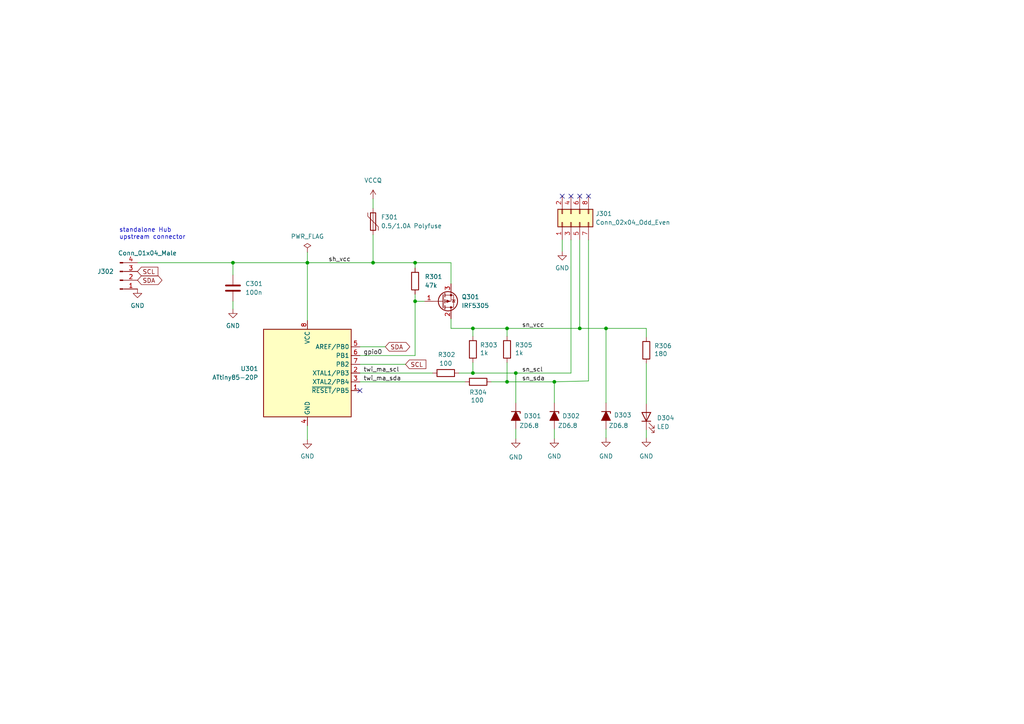
<source format=kicad_sch>
(kicad_sch (version 20211123) (generator eeschema)
  (paper "A4")
  (title_block (title "SingleRootHub") (rev "2.0") (company "The Internet Community") (comment 1 "Multiple Root Hub board for the home2l Project") (comment 2 "This project: https://github.com/mc3/home2l") (comment 3 "The home2l Project: https://github.com/gkiefer/home2l") (comment 4 "Design based on https://github.com/gkiefer/home2l/tree/master/brownies/circuits/hubcard"))
  (lib_symbols
    (symbol "Connector:Conn_01x04_Male" (pin_names (offset 1.016) hide)
      (property "Reference" "J" (at 0 5.08 0))
      (property "Value" "Conn_01x04_Male" (at 0 -7.62 0))
      (symbol "Conn_01x04_Male_1_1"
        (polyline (pts (xy 1.27 -5.08) (xy 0.8636 -5.08)) (stroke (width 0.1524)))
        (polyline (pts (xy 1.27 -2.54) (xy 0.8636 -2.54)) (stroke (width 0.1524)))
        (polyline (pts (xy 1.27 0) (xy 0.8636 0)) (stroke (width 0.1524)))
        (polyline (pts (xy 1.27 2.54) (xy 0.8636 2.54)) (stroke (width 0.1524)))
        (rectangle (start 0.8636 -4.953) (end 0 -5.207) (stroke (width 0.1524)) (fill (type outline)))
        (rectangle (start 0.8636 -2.413) (end 0 -2.667) (stroke (width 0.1524)) (fill (type outline)))
        (rectangle (start 0.8636 0.127) (end 0 -0.127) (stroke (width 0.1524)) (fill (type outline)))
        (rectangle (start 0.8636 2.667) (end 0 2.413) (stroke (width 0.1524)) (fill (type outline)))
        (pin passive line (at 5.08 2.54 180) (length 3.81) (name "Pin_1") (number "1"))
        (pin passive line (at 5.08 0 180) (length 3.81) (name "Pin_2") (number "2"))
        (pin passive line (at 5.08 -2.54 180) (length 3.81) (name "Pin_3") (number "3"))
        (pin passive line (at 5.08 -5.08 180) (length 3.81) (name "Pin_4") (number "4"))
      )
    )
    (symbol "Connector_Generic:Conn_02x04_Odd_Even" (pin_names (offset 1.016) hide)
      (property "Reference" "J" (at 1.27 5.08 0))
      (property "Value" "Conn_02x04_Odd_Even" (at 1.27 -7.62 0))
      (symbol "Conn_02x04_Odd_Even_1_1"
        (rectangle (start -1.27 -4.953) (end 0 -5.207) (stroke (width 0.1524)))
        (rectangle (start -1.27 -2.413) (end 0 -2.667) (stroke (width 0.1524)))
        (rectangle (start -1.27 0.127) (end 0 -0.127) (stroke (width 0.1524)))
        (rectangle (start -1.27 2.667) (end 0 2.413) (stroke (width 0.1524)))
        (rectangle (start -1.27 3.81) (end 3.81 -6.35) (stroke (width 0.254)) (fill (type background)))
        (rectangle (start 3.81 -4.953) (end 2.54 -5.207) (stroke (width 0.1524)))
        (rectangle (start 3.81 -2.413) (end 2.54 -2.667) (stroke (width 0.1524)))
        (rectangle (start 3.81 0.127) (end 2.54 -0.127) (stroke (width 0.1524)))
        (rectangle (start 3.81 2.667) (end 2.54 2.413) (stroke (width 0.1524)))
        (pin passive line (at -5.08 2.54 0) (length 3.81) (name "Pin_1") (number "1"))
        (pin passive line (at 7.62 2.54 180) (length 3.81) (name "Pin_2") (number "2"))
        (pin passive line (at -5.08 0 0) (length 3.81) (name "Pin_3") (number "3"))
        (pin passive line (at 7.62 0 180) (length 3.81) (name "Pin_4") (number "4"))
        (pin passive line (at -5.08 -2.54 0) (length 3.81) (name "Pin_5") (number "5"))
        (pin passive line (at 7.62 -2.54 180) (length 3.81) (name "Pin_6") (number "6"))
        (pin passive line (at -5.08 -5.08 0) (length 3.81) (name "Pin_7") (number "7"))
        (pin passive line (at 7.62 -5.08 180) (length 3.81) (name "Pin_8") (number "8"))
      )
    )
    (symbol "Device:C" (pin_numbers hide) (pin_names (offset 0.254))
      (property "Reference" "C" (at 0.635 2.54 0))
      (property "Value" "C" (at 0.635 -2.54 0))
      (symbol "C_0_1"
        (polyline (pts (xy -2.032 -0.762) (xy 2.032 -0.762)) (stroke (width 0.508)))
        (polyline (pts (xy -2.032 0.762) (xy 2.032 0.762)) (stroke (width 0.508)))
      )
      (symbol "C_1_1"
        (pin passive line (at 0 3.81 270) (length 2.794) (name "~") (number "1"))
        (pin passive line (at 0 -3.81 90) (length 2.794) (name "~") (number "2"))
      )
    )
    (symbol "Device:D_Zener_Filled" (pin_numbers hide) (pin_names (offset 1.016) hide)
      (property "Reference" "D" (at 0 2.54 0))
      (property "Value" "D_Zener_Filled" (at 0 -2.54 0))
      (symbol "D_Zener_Filled_0_1"
        (polyline (pts (xy 1.27 0) (xy -1.27 0)))
        (polyline (pts (xy -1.27 -1.27) (xy -1.27 1.27) (xy -0.762 1.27)) (stroke (width 0.254)))
        (polyline (pts (xy 1.27 -1.27) (xy 1.27 1.27) (xy -1.27 0) (xy 1.27 -1.27)) (stroke (width 0.254)) (fill (type outline)))
      )
      (symbol "D_Zener_Filled_1_1"
        (pin passive line (at -3.81 0 0) (length 2.54) (name "K") (number "1"))
        (pin passive line (at 3.81 0 180) (length 2.54) (name "A") (number "2"))
      )
    )
    (symbol "Device:LED" (pin_numbers hide) (pin_names (offset 1.016) hide)
      (property "Reference" "D" (at 0 2.54 0))
      (property "Value" "LED" (at 0 -2.54 0))
      (symbol "LED_0_1"
        (polyline (pts (xy -1.27 -1.27) (xy -1.27 1.27)) (stroke (width 0.254)))
        (polyline (pts (xy -1.27 0) (xy 1.27 0)))
        (polyline (pts (xy 1.27 -1.27) (xy 1.27 1.27) (xy -1.27 0) (xy 1.27 -1.27)) (stroke (width 0.254)))
        (polyline (pts (xy -3.048 -0.762) (xy -4.572 -2.286) (xy -3.81 -2.286) (xy -4.572 -2.286) (xy -4.572 -1.524)))
        (polyline (pts (xy -1.778 -0.762) (xy -3.302 -2.286) (xy -2.54 -2.286) (xy -3.302 -2.286) (xy -3.302 -1.524)))
      )
      (symbol "LED_1_1"
        (pin passive line (at -3.81 0 0) (length 2.54) (name "K") (number "1"))
        (pin passive line (at 3.81 0 180) (length 2.54) (name "A") (number "2"))
      )
    )
    (symbol "Device:Polyfuse" (pin_numbers hide) (pin_names (offset 0))
      (property "Reference" "F" (at -2.54 0 90))
      (property "Value" "Polyfuse" (at 2.54 0 90))
      (symbol "Polyfuse_0_1"
        (rectangle (start -0.762 2.54) (end 0.762 -2.54) (stroke (width 0.254)))
        (polyline (pts (xy 0 2.54) (xy 0 -2.54)))
        (polyline (pts (xy -1.524 2.54) (xy -1.524 1.524) (xy 1.524 -1.524) (xy 1.524 -2.54)))
      )
      (symbol "Polyfuse_1_1"
        (pin passive line (at 0 3.81 270) (length 1.27) (name "~") (number "1"))
        (pin passive line (at 0 -3.81 90) (length 1.27) (name "~") (number "2"))
      )
    )
    (symbol "Device:R" (pin_numbers hide) (pin_names (offset 0))
      (property "Reference" "R" (at 2.032 0 90))
      (property "Value" "R" (at 0 0 90))
      (symbol "R_0_1"
        (rectangle (start -1.016 -2.54) (end 1.016 2.54) (stroke (width 0.254)))
      )
      (symbol "R_1_1"
        (pin passive line (at 0 3.81 270) (length 1.27) (name "~") (number "1"))
        (pin passive line (at 0 -3.81 90) (length 1.27) (name "~") (number "2"))
      )
    )
    (symbol "MCU_Microchip_ATtiny:ATtiny85-20P"
      (property "Reference" "U" (at -12.7 13.97 0))
      (property "Value" "ATtiny85-20P" (at 2.54 -13.97 0))
      (symbol "ATtiny85-20P_0_1"
        (rectangle (start -12.7 -12.7) (end 12.7 12.7) (stroke (width 0.254)) (fill (type background)))
      )
      (symbol "ATtiny85-20P_1_1"
        (pin bidirectional line (at 15.24 -5.08 180) (length 2.54) (name "~{RESET}/PB5") (number "1"))
        (pin bidirectional line (at 15.24 0 180) (length 2.54) (name "XTAL1/PB3") (number "2"))
        (pin bidirectional line (at 15.24 -2.54 180) (length 2.54) (name "XTAL2/PB4") (number "3"))
        (pin power_in line (at 0 -15.24 90) (length 2.54) (name "GND") (number "4"))
        (pin bidirectional line (at 15.24 7.62 180) (length 2.54) (name "AREF/PB0") (number "5"))
        (pin bidirectional line (at 15.24 5.08 180) (length 2.54) (name "PB1") (number "6"))
        (pin bidirectional line (at 15.24 2.54 180) (length 2.54) (name "PB2") (number "7"))
        (pin power_in line (at 0 15.24 270) (length 2.54) (name "VCC") (number "8"))
      )
    )
    (symbol "Transistor_FET:IRF4905" (pin_names hide)
      (property "Reference" "Q" (at 5.08 1.905 0))
      (property "Value" "IRF4905" (at 5.08 0 0))
      (symbol "IRF4905_0_1"
        (polyline (pts (xy 0.254 0) (xy -2.54 0)))
        (polyline (pts (xy 0.254 1.905) (xy 0.254 -1.905)) (stroke (width 0.254)))
        (polyline (pts (xy 0.762 -1.27) (xy 0.762 -2.286)) (stroke (width 0.254)))
        (polyline (pts (xy 0.762 0.508) (xy 0.762 -0.508)) (stroke (width 0.254)))
        (polyline (pts (xy 0.762 2.286) (xy 0.762 1.27)) (stroke (width 0.254)))
        (polyline (pts (xy 2.54 2.54) (xy 2.54 1.778)))
        (polyline (pts (xy 2.54 -2.54) (xy 2.54 0) (xy 0.762 0)))
        (polyline (pts (xy 0.762 1.778) (xy 3.302 1.778) (xy 3.302 -1.778) (xy 0.762 -1.778)))
        (polyline (pts (xy 2.286 0) (xy 1.27 0.381) (xy 1.27 -0.381) (xy 2.286 0)) (fill (type outline)))
        (polyline (pts (xy 2.794 -0.508) (xy 2.921 -0.381) (xy 3.683 -0.381) (xy 3.81 -0.254)))
        (polyline (pts (xy 3.302 -0.381) (xy 2.921 0.254) (xy 3.683 0.254) (xy 3.302 -0.381)))
        (circle (center 1.651 0) (radius 2.794) (stroke (width 0.254)))
        (circle (center 2.54 -1.778) (radius 0.254) (fill (type outline)))
        (circle (center 2.54 1.778) (radius 0.254) (fill (type outline)))
      )
      (symbol "IRF4905_1_1"
        (pin input line (at -5.08 0 0) (length 2.54) (name "G") (number "1"))
        (pin passive line (at 2.54 5.08 270) (length 2.54) (name "D") (number "2"))
        (pin passive line (at 2.54 -5.08 90) (length 2.54) (name "S") (number "3"))
      )
    )
    (symbol "power:GND" (power) (pin_names (offset 0))
      (property "Value" "GND" (at 0 -3.81 0))
      (symbol "GND_0_1"
        (polyline (pts (xy 0 0) (xy 0 -1.27) (xy 1.27 -1.27) (xy 0 -2.54) (xy -1.27 -1.27) (xy 0 -1.27)))
      )
      (symbol "GND_1_1"
        (pin power_in line (at 0 0 270) (length 0) hide (name "GND") (number "1"))
      )
    )
    (symbol "power:PWR_FLAG" (power) (pin_numbers hide) (pin_names (offset 0) hide)
      (property "Value" "PWR_FLAG" (at 0 3.81 0))
      (symbol "PWR_FLAG_0_0"
        (pin power_out line (at 0 0 90) (length 0) (name "pwr") (number "1"))
      )
      (symbol "PWR_FLAG_0_1"
        (polyline (pts (xy 0 0) (xy 0 1.27) (xy -1.016 1.905) (xy 0 2.54) (xy 1.016 1.905) (xy 0 1.27)))
      )
    )
    (symbol "power:VCCQ" (power) (pin_names (offset 0))
      (property "Value" "VCCQ" (at 0 3.81 0))
      (symbol "VCCQ_0_1"
        (polyline (pts (xy -0.762 1.27) (xy 0 2.54)))
        (polyline (pts (xy 0 0) (xy 0 2.54)))
        (polyline (pts (xy 0 2.54) (xy 0.762 1.27)))
      )
      (symbol "VCCQ_1_1"
        (pin power_in line (at 0 0 90) (length 0) hide (name "VCCQ") (number "1"))
      )
    )
  )
  (junction (at 120.396 87.376))
  (junction (at 175.768 95.25))
  (junction (at 120.396 76.2))
  (junction (at 149.606 108.204))
  (junction (at 147.066 110.744))
  (junction (at 89.154 76.2))
  (junction (at 147.066 95.25))
  (junction (at 137.16 95.25))
  (junction (at 160.782 110.744))
  (junction (at 108.204 76.2))
  (junction (at 168.148 95.25))
  (junction (at 67.564 76.2))
  (junction (at 137.16 108.204))
  (no_connect (at 165.608 56.896))
  (no_connect (at 168.148 56.896))
  (no_connect (at 170.688 56.896))
  (no_connect (at 163.068 56.896))
  (no_connect (at 104.394 113.284))
  (wire (pts (xy 89.154 76.2) (xy 108.204 76.2)))
  (wire (pts (xy 130.81 82.296) (xy 130.81 76.2)))
  (wire (pts (xy 104.394 110.744) (xy 134.874 110.744)))
  (wire (pts (xy 89.154 127.508) (xy 89.154 123.444)))
  (wire (pts (xy 120.396 85.344) (xy 120.396 87.376)))
  (wire (pts (xy 130.81 92.456) (xy 130.81 95.25)))
  (wire (pts (xy 187.452 105.41) (xy 187.452 117.094)))
  (wire (pts (xy 117.602 105.664) (xy 104.394 105.664)))
  (wire (pts (xy 120.396 77.724) (xy 120.396 76.2)))
  (wire (pts (xy 89.154 76.2) (xy 89.154 92.964)))
  (wire (pts (xy 149.606 108.204) (xy 165.608 108.204)))
  (wire (pts (xy 147.066 95.25) (xy 168.148 95.25)))
  (wire (pts (xy 137.16 108.204) (xy 149.606 108.204)))
  (wire (pts (xy 67.564 79.756) (xy 67.564 76.2)))
  (wire (pts (xy 160.782 110.744) (xy 170.688 110.49)))
  (wire (pts (xy 160.782 127.254) (xy 160.782 124.46)))
  (wire (pts (xy 111.76 100.584) (xy 104.394 100.584)))
  (wire (pts (xy 67.564 76.2) (xy 89.154 76.2)))
  (wire (pts (xy 137.16 95.25) (xy 147.066 95.25)))
  (wire (pts (xy 163.068 72.898) (xy 163.068 69.596)))
  (wire (pts (xy 149.606 108.204) (xy 149.606 116.84)))
  (wire (pts (xy 130.81 95.25) (xy 137.16 95.25)))
  (wire (pts (xy 108.204 76.2) (xy 120.396 76.2)))
  (wire (pts (xy 187.452 97.79) (xy 187.452 95.25)))
  (wire (pts (xy 142.494 110.744) (xy 147.066 110.744)))
  (wire (pts (xy 108.204 57.658) (xy 108.204 60.452)))
  (wire (pts (xy 147.066 110.744) (xy 160.782 110.744)))
  (wire (pts (xy 175.768 95.25) (xy 187.452 95.25)))
  (wire (pts (xy 108.204 68.072) (xy 108.204 76.2)))
  (wire (pts (xy 165.608 69.596) (xy 165.608 108.204)))
  (wire (pts (xy 130.81 76.2) (xy 120.396 76.2)))
  (wire (pts (xy 187.452 124.714) (xy 187.452 127)))
  (wire (pts (xy 168.148 69.596) (xy 168.148 95.25)))
  (wire (pts (xy 160.782 110.744) (xy 160.782 116.84)))
  (wire (pts (xy 89.154 73.152) (xy 89.154 76.2)))
  (wire (pts (xy 147.066 105.156) (xy 147.066 110.744)))
  (wire (pts (xy 120.396 87.376) (xy 120.396 103.124)))
  (wire (pts (xy 39.878 76.2) (xy 67.564 76.2)))
  (wire (pts (xy 104.394 108.204) (xy 125.476 108.204)))
  (wire (pts (xy 120.396 87.376) (xy 123.19 87.376)))
  (wire (pts (xy 175.768 127) (xy 175.768 124.46)))
  (wire (pts (xy 104.394 103.124) (xy 120.396 103.124)))
  (wire (pts (xy 149.606 127.254) (xy 149.606 124.46)))
  (wire (pts (xy 147.066 95.25) (xy 147.066 97.536)))
  (wire (pts (xy 168.148 95.25) (xy 175.768 95.25)))
  (wire (pts (xy 170.688 69.596) (xy 170.688 110.49)))
  (wire (pts (xy 133.096 108.204) (xy 137.16 108.204)))
  (wire (pts (xy 175.768 116.84) (xy 175.768 95.25)))
  (wire (pts (xy 137.16 105.156) (xy 137.16 108.204)))
  (wire (pts (xy 137.16 95.25) (xy 137.16 97.536)))
  (wire (pts (xy 67.564 89.662) (xy 67.564 87.376)))
  (text "standalone Hub\nupstream connector" (at 34.544 69.596 0) (effects (font (size 1.27 1.27)) (justify left bottom)))
  (label "sn_sda" (at 151.384 110.744 0))
  (label "sn_vcc" (at 151.384 95.25 0))
  (label "sh_vcc" (at 95.25 76.2 0))
  (label "gpio0" (at 105.41 103.124 0))
  (label "twi_ma_scl" (at 105.41 108.204 0))
  (label "twi_ma_sda" (at 105.41 110.744 0))
  (label "sn_scl" (at 151.384 108.204 0))
  (global_label "SCL" (shape input) (at 117.602 105.664 0) (property "Intersheet References" "${INTERSHEET_REFS}" (effects hide)))
  (global_label "SDA" (shape bidirectional) (at 39.878 81.28 0) (property "Intersheet References" "${INTERSHEET_REFS}" (effects hide)))
  (global_label "SCL" (shape input) (at 39.878 78.74 0) (property "Intersheet References" "${INTERSHEET_REFS}" (effects hide)))
  (global_label "SDA" (shape bidirectional) (at 111.76 100.584 0) (property "Intersheet References" "${INTERSHEET_REFS}" (effects hide)))
  (symbol (lib_id "power:PWR_FLAG") (at 89.154 73.152 0) (unit 1)
    (property "Reference" "#FLG0102" (effects hide))
    (property "Value" "PWR_FLAG" (at 89.154 68.58 0))
  )
  (symbol (lib_id "power:GND") (at 160.782 127.254 0) (unit 1)
    (property "Reference" "#PWR0305" (effects hide))
    (property "Value" "GND" (at 160.782 132.334 0))
  )
  (symbol (lib_id "power:VCCQ") (at 108.204 57.658 0) (unit 1)
    (property "Reference" "#PWR0303" (effects hide))
    (property "Value" "VCCQ" (at 108.204 52.324 0))
  )
  (symbol (lib_id "power:GND") (at 149.606 127.254 0) (unit 1)
    (property "Reference" "#PWR0304" (effects hide))
    (property "Value" "GND" (at 149.606 132.588 0))
  )
  (symbol (lib_id "Device:D_Zener_Filled") (at 160.782 120.65 270) (unit 1)
    (property "Reference" "D302" (at 163.068 120.6499 90) (effects (justify left)))
    (property "Value" "ZD6.8" (at 161.798 123.4439 90) (effects (justify left)))
    (property "Footprint" "Diode_THT:D_DO-41_SOD81_P7.62mm_Horizontal" (effects hide))
  )
  (symbol (lib_id "power:GND") (at 67.564 89.662 0) (unit 1)
    (property "Reference" "#PWR0301" (effects hide))
    (property "Value" "GND" (at 67.564 94.488 0))
  )
  (symbol (lib_id "Device:C") (at 67.564 83.566 0) (unit 1)
    (property "Reference" "C301" (at 71.12 82.2959 0) (effects (justify left)))
    (property "Value" "100n" (at 71.12 84.8359 0) (effects (justify left)))
    (property "Footprint" "Capacitor_THT:C_Disc_D4.3mm_W1.9mm_P5.00mm" (effects hide))
  )
  (symbol (lib_id "Transistor_FET:IRF4905") (at 128.27 87.376 0) (mirror x) (unit 1)
    (property "Reference" "Q301" (at 133.858 86.1059 0) (effects (justify left)))
    (property "Value" "IRF5305" (at 133.858 88.6459 0) (effects (justify left)))
    (property "Footprint" "Package_TO_SOT_THT:TO-220-3_Vertical" (effects hide))
    (property "Datasheet" "http://www.infineon.com/dgdl/irf4905.pdf?fileId=5546d462533600a4015355e32165197c" (effects hide))
  )
  (symbol (lib_id "Device:D_Zener_Filled") (at 149.606 120.65 270) (unit 1)
    (property "Reference" "D301" (at 151.892 120.6499 90) (effects (justify left)))
    (property "Value" "ZD6.8" (at 150.622 123.4439 90) (effects (justify left)))
    (property "Footprint" "Diode_THT:D_DO-41_SOD81_P7.62mm_Horizontal" (effects hide))
  )
  (symbol (lib_id "Device:R") (at 138.684 110.744 90) (unit 1)
    (property "Reference" "R304" (at 138.684 113.792 90))
    (property "Value" "100" (at 138.43 116.078 90))
    (property "Footprint" "Resistor_THT:R_Axial_DIN0207_L6.3mm_D2.5mm_P7.62mm_Horizontal" (effects hide))
  )
  (symbol (lib_id "Connector:Conn_01x04_Male") (at 34.798 81.28 0) (mirror x) (unit 1)
    (property "Reference" "J302" (at 33.02 78.7399 0) (effects (justify right)))
    (property "Value" "Conn_01x04_Male" (at 51.308 73.4059 0) (effects (justify right)))
    (property "Footprint" "Connector_PinHeader_2.54mm:PinHeader_1x04_P2.54mm_Vertical" (effects hide))
  )
  (symbol (lib_id "Device:R") (at 137.16 101.346 0) (unit 1)
    (property "Reference" "R303" (at 139.192 100.0759 0) (effects (justify left)))
    (property "Value" "1k" (at 139.192 102.3619 0) (effects (justify left)))
    (property "Footprint" "Resistor_THT:R_Axial_DIN0207_L6.3mm_D2.5mm_P7.62mm_Horizontal" (effects hide))
  )
  (symbol (lib_id "Device:Polyfuse") (at 108.204 64.262 0) (unit 1)
    (property "Reference" "F301" (at 110.49 62.9919 0) (effects (justify left)))
    (property "Value" "0.5/1.0A Polyfuse" (at 110.49 65.5319 0) (effects (justify left)))
    (property "Footprint" "Fuse:Polyfuse_Schurter_PFRA" (effects hide))
  )
  (symbol (lib_id "power:GND") (at 89.154 127.508 0) (unit 1)
    (property "Reference" "#PWR0302" (effects hide))
    (property "Value" "GND" (at 89.154 132.334 0))
  )
  (symbol (lib_id "MCU_Microchip_ATtiny:ATtiny85-20P") (at 89.154 108.204 0) (unit 1)
    (property "Reference" "U301" (at 74.93 106.9339 0) (effects (justify right)))
    (property "Value" "ATtiny85-20P" (at 74.93 109.4739 0) (effects (justify right)))
    (property "Footprint" "Package_DIP:DIP-8_W7.62mm" (effects hide))
    (property "Datasheet" "http://ww1.microchip.com/downloads/en/DeviceDoc/atmel-2586-avr-8-bit-microcontroller-attiny25-attiny45-attiny85_datasheet.pdf" (effects hide))
  )
  (symbol (lib_id "power:GND") (at 39.878 83.82 0) (unit 1)
    (property "Reference" "#PWR0309" (effects hide))
    (property "Value" "GND" (at 39.878 88.646 0))
  )
  (symbol (lib_id "Device:R") (at 129.286 108.204 90) (unit 1)
    (property "Reference" "R302" (at 129.54 102.87 90))
    (property "Value" "100" (at 129.286 105.41 90))
    (property "Footprint" "Resistor_THT:R_Axial_DIN0207_L6.3mm_D2.5mm_P7.62mm_Horizontal" (effects hide))
  )
  (symbol (lib_id "Connector_Generic:Conn_02x04_Odd_Even") (at 165.608 64.516 90) (unit 1)
    (property "Reference" "J301" (at 172.72 61.9759 90) (effects (justify right)))
    (property "Value" "Conn_02x04_Odd_Even" (at 172.72 64.5159 90) (effects (justify right)))
    (property "Footprint" "Connector_PinSocket_2.54mm:PinSocket_2x04_P2.54mm_Vertical" (effects hide))
  )
  (symbol (lib_id "Device:D_Zener_Filled") (at 175.768 120.65 270) (unit 1)
    (property "Reference" "D303" (at 178.054 120.3959 90) (effects (justify left)))
    (property "Value" "ZD6.8" (at 176.53 123.4439 90) (effects (justify left)))
    (property "Footprint" "Diode_THT:D_DO-41_SOD81_P7.62mm_Horizontal" (effects hide))
  )
  (symbol (lib_id "Device:R") (at 147.066 101.346 0) (unit 1)
    (property "Reference" "R305" (at 149.352 100.0759 0) (effects (justify left)))
    (property "Value" "1k" (at 149.352 102.3619 0) (effects (justify left)))
    (property "Footprint" "Resistor_THT:R_Axial_DIN0207_L6.3mm_D2.5mm_P7.62mm_Horizontal" (effects hide))
  )
  (symbol (lib_id "power:GND") (at 163.068 72.898 0) (unit 1)
    (property "Reference" "#PWR0306" (effects hide))
    (property "Value" "GND" (at 163.068 77.724 0))
  )
  (symbol (lib_id "Device:R") (at 187.452 101.6 0) (unit 1)
    (property "Reference" "R306" (at 189.738 100.3299 0) (effects (justify left)))
    (property "Value" "180" (at 189.738 102.6159 0) (effects (justify left)))
    (property "Footprint" "Resistor_THT:R_Axial_DIN0207_L6.3mm_D2.5mm_P7.62mm_Horizontal" (effects hide))
  )
  (symbol (lib_id "Device:R") (at 120.396 81.534 0) (unit 1)
    (property "Reference" "R301" (at 123.19 80.2639 0) (effects (justify left)))
    (property "Value" "47k" (at 123.19 82.8039 0) (effects (justify left)))
    (property "Footprint" "Resistor_THT:R_Axial_DIN0207_L6.3mm_D2.5mm_P7.62mm_Horizontal" (effects hide))
  )
  (symbol (lib_id "power:GND") (at 175.768 127 0) (unit 1)
    (property "Reference" "#PWR0307" (effects hide))
    (property "Value" "GND" (at 175.768 132.334 0))
  )
  (symbol (lib_id "Device:LED") (at 187.452 120.904 90) (unit 1)
    (property "Reference" "D304" (at 190.5 121.2214 90) (effects (justify right)))
    (property "Value" "LED" (at 190.5 123.7614 90) (effects (justify right)))
    (property "Footprint" "LED_THT:LED_D3.0mm" (effects hide))
  )
  (symbol (lib_id "power:GND") (at 187.452 127 0) (unit 1)
    (property "Reference" "#PWR0308" (effects hide))
    (property "Value" "GND" (at 187.452 132.334 0))
  )
)
</source>
